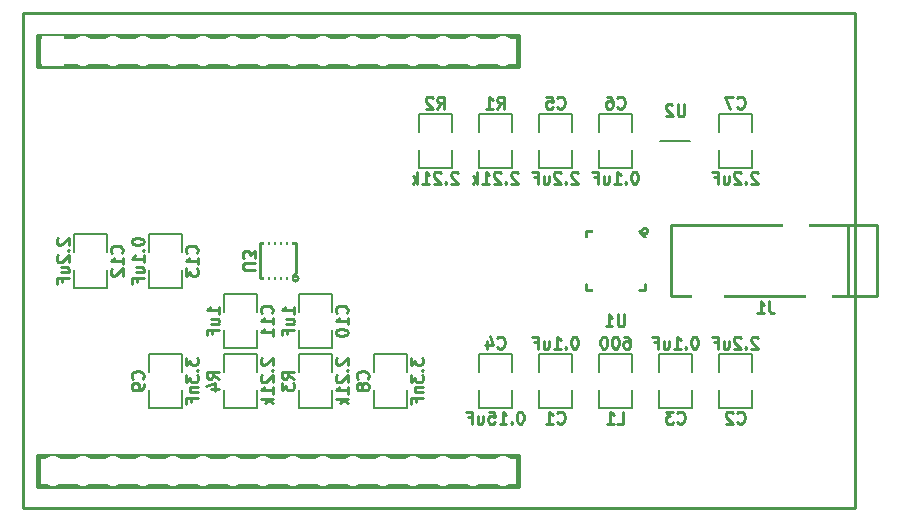
<source format=gbo>
%TF.GenerationSoftware,KiCad,Pcbnew,no-vcs-found-72d4889~60~ubuntu16.04.1*%
%TF.CreationDate,2017-10-19T13:37:08-04:00*%
%TF.ProjectId,audio_controller_3x2,617564696F5F636F6E74726F6C6C6572,1.2*%
%TF.SameCoordinates,Original*%
%TF.FileFunction,Legend,Bot*%
%TF.FilePolarity,Positive*%
%FSLAX46Y46*%
G04 Gerber Fmt 4.6, Leading zero omitted, Abs format (unit mm)*
G04 Created by KiCad (PCBNEW no-vcs-found-72d4889~60~ubuntu16.04.1) date Thu Oct 19 13:37:08 2017*
%MOMM*%
%LPD*%
G01*
G04 APERTURE LIST*
%ADD10C,0.228600*%
%ADD11C,0.381000*%
%ADD12C,0.250000*%
%ADD13C,0.127000*%
%ADD14C,0.150000*%
%ADD15C,0.254000*%
%ADD16R,0.350000X1.300000*%
%ADD17R,2.100000X1.700000*%
%ADD18C,3.556000*%
%ADD19O,1.854200X2.540000*%
%ADD20R,1.854200X2.540000*%
%ADD21R,3.475000X3.475000*%
%ADD22R,0.325000X2.075000*%
%ADD23R,2.075000X0.325000*%
%ADD24R,2.540000X1.270000*%
%ADD25C,2.100000*%
%ADD26R,2.800000X2.800000*%
%ADD27R,2.200000X2.800000*%
%ADD28R,0.701040X1.000760*%
G04 APERTURE END LIST*
D10*
X156210000Y-67945000D02*
X85725000Y-67945000D01*
X156210000Y-109855000D02*
X156210000Y-67945000D01*
X85725000Y-109855000D02*
X156210000Y-109855000D01*
X85725000Y-67945000D02*
X85725000Y-109855000D01*
%TO.C,U3*%
X108315000Y-90400000D02*
X108815000Y-89900000D01*
X105815000Y-90400000D02*
X108315000Y-90400000D01*
X108815000Y-87400000D02*
X108815000Y-89900000D01*
X109038607Y-90400000D02*
G75*
G03X109038607Y-90400000I-223607J0D01*
G01*
X105815000Y-90400000D02*
X105815000Y-87400000D01*
X105815000Y-87400000D02*
X108815000Y-87400000D01*
D11*
%TO.C,MDB1*%
X127635000Y-69850000D02*
X86995000Y-69850000D01*
X127635000Y-72390000D02*
X127635000Y-69850000D01*
X86995000Y-72390000D02*
X127635000Y-72390000D01*
X86995000Y-69850000D02*
X86995000Y-72390000D01*
X127635000Y-105410000D02*
X86995000Y-105410000D01*
X127635000Y-107950000D02*
X127635000Y-105410000D01*
X86995000Y-107950000D02*
X127635000Y-107950000D01*
X86995000Y-105410000D02*
X86995000Y-107950000D01*
D12*
%TO.C,U1*%
X138640000Y-86400000D02*
G75*
G03X138640000Y-86400000I-250000J0D01*
G01*
X133390000Y-86400000D02*
X133390000Y-86900000D01*
X133890000Y-86400000D02*
X133390000Y-86400000D01*
X133390000Y-91400000D02*
X133890000Y-91400000D01*
X133390000Y-90900000D02*
X133390000Y-91400000D01*
X138390000Y-91400000D02*
X137890000Y-91400000D01*
X138390000Y-90900000D02*
X138390000Y-91400000D01*
X137890000Y-86400000D02*
X138390000Y-86900000D01*
D13*
%TO.C,C1*%
X132207000Y-96774000D02*
X132207000Y-98298000D01*
X129413000Y-96774000D02*
X132207000Y-96774000D01*
X129413000Y-98298000D02*
X129413000Y-96774000D01*
X129413000Y-101346000D02*
X129413000Y-99822000D01*
X132207000Y-101346000D02*
X129413000Y-101346000D01*
X132207000Y-99822000D02*
X132207000Y-101346000D01*
%TO.C,C2*%
X144653000Y-98298000D02*
X144653000Y-96774000D01*
X144653000Y-96774000D02*
X147447000Y-96774000D01*
X147447000Y-96774000D02*
X147447000Y-98298000D01*
X147447000Y-99822000D02*
X147447000Y-101346000D01*
X147447000Y-101346000D02*
X144653000Y-101346000D01*
X144653000Y-101346000D02*
X144653000Y-99822000D01*
%TO.C,C3*%
X139573000Y-101346000D02*
X139573000Y-99822000D01*
X142367000Y-101346000D02*
X139573000Y-101346000D01*
X142367000Y-99822000D02*
X142367000Y-101346000D01*
X142367000Y-96774000D02*
X142367000Y-98298000D01*
X139573000Y-96774000D02*
X142367000Y-96774000D01*
X139573000Y-98298000D02*
X139573000Y-96774000D01*
%TO.C,C4*%
X127127000Y-99822000D02*
X127127000Y-101346000D01*
X127127000Y-101346000D02*
X124333000Y-101346000D01*
X124333000Y-101346000D02*
X124333000Y-99822000D01*
X124333000Y-98298000D02*
X124333000Y-96774000D01*
X124333000Y-96774000D02*
X127127000Y-96774000D01*
X127127000Y-96774000D02*
X127127000Y-98298000D01*
%TO.C,C5*%
X129413000Y-81026000D02*
X129413000Y-79502000D01*
X132207000Y-81026000D02*
X129413000Y-81026000D01*
X132207000Y-79502000D02*
X132207000Y-81026000D01*
X132207000Y-76454000D02*
X132207000Y-77978000D01*
X129413000Y-76454000D02*
X132207000Y-76454000D01*
X129413000Y-77978000D02*
X129413000Y-76454000D01*
%TO.C,C6*%
X134493000Y-77978000D02*
X134493000Y-76454000D01*
X134493000Y-76454000D02*
X137287000Y-76454000D01*
X137287000Y-76454000D02*
X137287000Y-77978000D01*
X137287000Y-79502000D02*
X137287000Y-81026000D01*
X137287000Y-81026000D02*
X134493000Y-81026000D01*
X134493000Y-81026000D02*
X134493000Y-79502000D01*
%TO.C,C7*%
X144653000Y-81026000D02*
X144653000Y-79502000D01*
X147447000Y-81026000D02*
X144653000Y-81026000D01*
X147447000Y-79502000D02*
X147447000Y-81026000D01*
X147447000Y-76454000D02*
X147447000Y-77978000D01*
X144653000Y-76454000D02*
X147447000Y-76454000D01*
X144653000Y-77978000D02*
X144653000Y-76454000D01*
D12*
%TO.C,J1*%
X140575000Y-85900000D02*
X155575000Y-85900000D01*
X140575000Y-91900000D02*
X140575000Y-85900000D01*
X155575000Y-91900000D02*
X140575000Y-91900000D01*
X155575000Y-85900000D02*
X155575000Y-91900000D01*
X158075000Y-91900000D02*
X155575000Y-91900000D01*
X158075000Y-85900000D02*
X158075000Y-91900000D01*
X155575000Y-85900000D02*
X158075000Y-85900000D01*
D13*
%TO.C,L1*%
X137287000Y-99822000D02*
X137287000Y-101346000D01*
X137287000Y-101346000D02*
X134493000Y-101346000D01*
X134493000Y-101346000D02*
X134493000Y-99822000D01*
X134493000Y-98298000D02*
X134493000Y-96774000D01*
X134493000Y-96774000D02*
X137287000Y-96774000D01*
X137287000Y-96774000D02*
X137287000Y-98298000D01*
%TO.C,R1*%
X124333000Y-77978000D02*
X124333000Y-76454000D01*
X124333000Y-76454000D02*
X127127000Y-76454000D01*
X127127000Y-76454000D02*
X127127000Y-77978000D01*
X127127000Y-79502000D02*
X127127000Y-81026000D01*
X127127000Y-81026000D02*
X124333000Y-81026000D01*
X124333000Y-81026000D02*
X124333000Y-79502000D01*
%TO.C,R2*%
X119253000Y-81026000D02*
X119253000Y-79502000D01*
X122047000Y-81026000D02*
X119253000Y-81026000D01*
X122047000Y-79502000D02*
X122047000Y-81026000D01*
X122047000Y-76454000D02*
X122047000Y-77978000D01*
X119253000Y-76454000D02*
X122047000Y-76454000D01*
X119253000Y-77978000D02*
X119253000Y-76454000D01*
D14*
%TO.C,U2*%
X139700000Y-78740000D02*
X142240000Y-78740000D01*
D13*
%TO.C,C8*%
X115443000Y-98298000D02*
X115443000Y-96774000D01*
X115443000Y-96774000D02*
X118237000Y-96774000D01*
X118237000Y-96774000D02*
X118237000Y-98298000D01*
X118237000Y-99822000D02*
X118237000Y-101346000D01*
X118237000Y-101346000D02*
X115443000Y-101346000D01*
X115443000Y-101346000D02*
X115443000Y-99822000D01*
%TO.C,C9*%
X96393000Y-101346000D02*
X96393000Y-99822000D01*
X99187000Y-101346000D02*
X96393000Y-101346000D01*
X99187000Y-99822000D02*
X99187000Y-101346000D01*
X99187000Y-96774000D02*
X99187000Y-98298000D01*
X96393000Y-96774000D02*
X99187000Y-96774000D01*
X96393000Y-98298000D02*
X96393000Y-96774000D01*
%TO.C,C10*%
X111887000Y-91694000D02*
X111887000Y-93218000D01*
X109093000Y-91694000D02*
X111887000Y-91694000D01*
X109093000Y-93218000D02*
X109093000Y-91694000D01*
X109093000Y-96266000D02*
X109093000Y-94742000D01*
X111887000Y-96266000D02*
X109093000Y-96266000D01*
X111887000Y-94742000D02*
X111887000Y-96266000D01*
%TO.C,C11*%
X105537000Y-94742000D02*
X105537000Y-96266000D01*
X105537000Y-96266000D02*
X102743000Y-96266000D01*
X102743000Y-96266000D02*
X102743000Y-94742000D01*
X102743000Y-93218000D02*
X102743000Y-91694000D01*
X102743000Y-91694000D02*
X105537000Y-91694000D01*
X105537000Y-91694000D02*
X105537000Y-93218000D01*
%TO.C,C12*%
X92837000Y-89662000D02*
X92837000Y-91186000D01*
X92837000Y-91186000D02*
X90043000Y-91186000D01*
X90043000Y-91186000D02*
X90043000Y-89662000D01*
X90043000Y-88138000D02*
X90043000Y-86614000D01*
X90043000Y-86614000D02*
X92837000Y-86614000D01*
X92837000Y-86614000D02*
X92837000Y-88138000D01*
%TO.C,C13*%
X99187000Y-89662000D02*
X99187000Y-91186000D01*
X99187000Y-91186000D02*
X96393000Y-91186000D01*
X96393000Y-91186000D02*
X96393000Y-89662000D01*
X96393000Y-88138000D02*
X96393000Y-86614000D01*
X96393000Y-86614000D02*
X99187000Y-86614000D01*
X99187000Y-86614000D02*
X99187000Y-88138000D01*
%TO.C,R3*%
X109093000Y-101346000D02*
X109093000Y-99822000D01*
X111887000Y-101346000D02*
X109093000Y-101346000D01*
X111887000Y-99822000D02*
X111887000Y-101346000D01*
X111887000Y-96774000D02*
X111887000Y-98298000D01*
X109093000Y-96774000D02*
X111887000Y-96774000D01*
X109093000Y-98298000D02*
X109093000Y-96774000D01*
%TO.C,R4*%
X102743000Y-98298000D02*
X102743000Y-96774000D01*
X102743000Y-96774000D02*
X105537000Y-96774000D01*
X105537000Y-96774000D02*
X105537000Y-98298000D01*
X105537000Y-99822000D02*
X105537000Y-101346000D01*
X105537000Y-101346000D02*
X102743000Y-101346000D01*
X102743000Y-101346000D02*
X102743000Y-99822000D01*
%TD*%
%TO.C,U3*%
D15*
X105371380Y-89674095D02*
X104548904Y-89674095D01*
X104452142Y-89625714D01*
X104403761Y-89577333D01*
X104355380Y-89480571D01*
X104355380Y-89287047D01*
X104403761Y-89190285D01*
X104452142Y-89141904D01*
X104548904Y-89093523D01*
X105371380Y-89093523D01*
X105371380Y-88706476D02*
X105371380Y-88077523D01*
X104984333Y-88416190D01*
X104984333Y-88271047D01*
X104935952Y-88174285D01*
X104887571Y-88125904D01*
X104790809Y-88077523D01*
X104548904Y-88077523D01*
X104452142Y-88125904D01*
X104403761Y-88174285D01*
X104355380Y-88271047D01*
X104355380Y-88561333D01*
X104403761Y-88658095D01*
X104452142Y-88706476D01*
%TO.C,U1*%
X136664095Y-93423619D02*
X136664095Y-94246095D01*
X136615714Y-94342857D01*
X136567333Y-94391238D01*
X136470571Y-94439619D01*
X136277047Y-94439619D01*
X136180285Y-94391238D01*
X136131904Y-94342857D01*
X136083523Y-94246095D01*
X136083523Y-93423619D01*
X135067523Y-94439619D02*
X135648095Y-94439619D01*
X135357809Y-94439619D02*
X135357809Y-93423619D01*
X135454571Y-93568761D01*
X135551333Y-93665523D01*
X135648095Y-93713904D01*
%TO.C,C1*%
X130979333Y-102597857D02*
X131027714Y-102646238D01*
X131172857Y-102694619D01*
X131269619Y-102694619D01*
X131414761Y-102646238D01*
X131511523Y-102549476D01*
X131559904Y-102452714D01*
X131608285Y-102259190D01*
X131608285Y-102114047D01*
X131559904Y-101920523D01*
X131511523Y-101823761D01*
X131414761Y-101727000D01*
X131269619Y-101678619D01*
X131172857Y-101678619D01*
X131027714Y-101727000D01*
X130979333Y-101775380D01*
X130011714Y-102694619D02*
X130592285Y-102694619D01*
X130302000Y-102694619D02*
X130302000Y-101678619D01*
X130398761Y-101823761D01*
X130495523Y-101920523D01*
X130592285Y-101968904D01*
X132479142Y-95328619D02*
X132382380Y-95328619D01*
X132285619Y-95377000D01*
X132237238Y-95425380D01*
X132188857Y-95522142D01*
X132140476Y-95715666D01*
X132140476Y-95957571D01*
X132188857Y-96151095D01*
X132237238Y-96247857D01*
X132285619Y-96296238D01*
X132382380Y-96344619D01*
X132479142Y-96344619D01*
X132575904Y-96296238D01*
X132624285Y-96247857D01*
X132672666Y-96151095D01*
X132721047Y-95957571D01*
X132721047Y-95715666D01*
X132672666Y-95522142D01*
X132624285Y-95425380D01*
X132575904Y-95377000D01*
X132479142Y-95328619D01*
X131705047Y-96247857D02*
X131656666Y-96296238D01*
X131705047Y-96344619D01*
X131753428Y-96296238D01*
X131705047Y-96247857D01*
X131705047Y-96344619D01*
X130689047Y-96344619D02*
X131269619Y-96344619D01*
X130979333Y-96344619D02*
X130979333Y-95328619D01*
X131076095Y-95473761D01*
X131172857Y-95570523D01*
X131269619Y-95618904D01*
X129818190Y-95667285D02*
X129818190Y-96344619D01*
X130253619Y-95667285D02*
X130253619Y-96199476D01*
X130205238Y-96296238D01*
X130108476Y-96344619D01*
X129963333Y-96344619D01*
X129866571Y-96296238D01*
X129818190Y-96247857D01*
X128995714Y-95812428D02*
X129334380Y-95812428D01*
X129334380Y-96344619D02*
X129334380Y-95328619D01*
X128850571Y-95328619D01*
%TO.C,C2*%
X146219333Y-102597857D02*
X146267714Y-102646238D01*
X146412857Y-102694619D01*
X146509619Y-102694619D01*
X146654761Y-102646238D01*
X146751523Y-102549476D01*
X146799904Y-102452714D01*
X146848285Y-102259190D01*
X146848285Y-102114047D01*
X146799904Y-101920523D01*
X146751523Y-101823761D01*
X146654761Y-101727000D01*
X146509619Y-101678619D01*
X146412857Y-101678619D01*
X146267714Y-101727000D01*
X146219333Y-101775380D01*
X145832285Y-101775380D02*
X145783904Y-101727000D01*
X145687142Y-101678619D01*
X145445238Y-101678619D01*
X145348476Y-101727000D01*
X145300095Y-101775380D01*
X145251714Y-101872142D01*
X145251714Y-101968904D01*
X145300095Y-102114047D01*
X145880666Y-102694619D01*
X145251714Y-102694619D01*
X147961047Y-95425380D02*
X147912666Y-95377000D01*
X147815904Y-95328619D01*
X147574000Y-95328619D01*
X147477238Y-95377000D01*
X147428857Y-95425380D01*
X147380476Y-95522142D01*
X147380476Y-95618904D01*
X147428857Y-95764047D01*
X148009428Y-96344619D01*
X147380476Y-96344619D01*
X146945047Y-96247857D02*
X146896666Y-96296238D01*
X146945047Y-96344619D01*
X146993428Y-96296238D01*
X146945047Y-96247857D01*
X146945047Y-96344619D01*
X146509619Y-95425380D02*
X146461238Y-95377000D01*
X146364476Y-95328619D01*
X146122571Y-95328619D01*
X146025809Y-95377000D01*
X145977428Y-95425380D01*
X145929047Y-95522142D01*
X145929047Y-95618904D01*
X145977428Y-95764047D01*
X146558000Y-96344619D01*
X145929047Y-96344619D01*
X145058190Y-95667285D02*
X145058190Y-96344619D01*
X145493619Y-95667285D02*
X145493619Y-96199476D01*
X145445238Y-96296238D01*
X145348476Y-96344619D01*
X145203333Y-96344619D01*
X145106571Y-96296238D01*
X145058190Y-96247857D01*
X144235714Y-95812428D02*
X144574380Y-95812428D01*
X144574380Y-96344619D02*
X144574380Y-95328619D01*
X144090571Y-95328619D01*
%TO.C,C3*%
X141139333Y-102597857D02*
X141187714Y-102646238D01*
X141332857Y-102694619D01*
X141429619Y-102694619D01*
X141574761Y-102646238D01*
X141671523Y-102549476D01*
X141719904Y-102452714D01*
X141768285Y-102259190D01*
X141768285Y-102114047D01*
X141719904Y-101920523D01*
X141671523Y-101823761D01*
X141574761Y-101727000D01*
X141429619Y-101678619D01*
X141332857Y-101678619D01*
X141187714Y-101727000D01*
X141139333Y-101775380D01*
X140800666Y-101678619D02*
X140171714Y-101678619D01*
X140510380Y-102065666D01*
X140365238Y-102065666D01*
X140268476Y-102114047D01*
X140220095Y-102162428D01*
X140171714Y-102259190D01*
X140171714Y-102501095D01*
X140220095Y-102597857D01*
X140268476Y-102646238D01*
X140365238Y-102694619D01*
X140655523Y-102694619D01*
X140752285Y-102646238D01*
X140800666Y-102597857D01*
X142639142Y-95328619D02*
X142542380Y-95328619D01*
X142445619Y-95377000D01*
X142397238Y-95425380D01*
X142348857Y-95522142D01*
X142300476Y-95715666D01*
X142300476Y-95957571D01*
X142348857Y-96151095D01*
X142397238Y-96247857D01*
X142445619Y-96296238D01*
X142542380Y-96344619D01*
X142639142Y-96344619D01*
X142735904Y-96296238D01*
X142784285Y-96247857D01*
X142832666Y-96151095D01*
X142881047Y-95957571D01*
X142881047Y-95715666D01*
X142832666Y-95522142D01*
X142784285Y-95425380D01*
X142735904Y-95377000D01*
X142639142Y-95328619D01*
X141865047Y-96247857D02*
X141816666Y-96296238D01*
X141865047Y-96344619D01*
X141913428Y-96296238D01*
X141865047Y-96247857D01*
X141865047Y-96344619D01*
X140849047Y-96344619D02*
X141429619Y-96344619D01*
X141139333Y-96344619D02*
X141139333Y-95328619D01*
X141236095Y-95473761D01*
X141332857Y-95570523D01*
X141429619Y-95618904D01*
X139978190Y-95667285D02*
X139978190Y-96344619D01*
X140413619Y-95667285D02*
X140413619Y-96199476D01*
X140365238Y-96296238D01*
X140268476Y-96344619D01*
X140123333Y-96344619D01*
X140026571Y-96296238D01*
X139978190Y-96247857D01*
X139155714Y-95812428D02*
X139494380Y-95812428D01*
X139494380Y-96344619D02*
X139494380Y-95328619D01*
X139010571Y-95328619D01*
%TO.C,C4*%
X125899333Y-96247857D02*
X125947714Y-96296238D01*
X126092857Y-96344619D01*
X126189619Y-96344619D01*
X126334761Y-96296238D01*
X126431523Y-96199476D01*
X126479904Y-96102714D01*
X126528285Y-95909190D01*
X126528285Y-95764047D01*
X126479904Y-95570523D01*
X126431523Y-95473761D01*
X126334761Y-95377000D01*
X126189619Y-95328619D01*
X126092857Y-95328619D01*
X125947714Y-95377000D01*
X125899333Y-95425380D01*
X125028476Y-95667285D02*
X125028476Y-96344619D01*
X125270380Y-95280238D02*
X125512285Y-96005952D01*
X124883333Y-96005952D01*
X127882952Y-101678619D02*
X127786190Y-101678619D01*
X127689428Y-101727000D01*
X127641047Y-101775380D01*
X127592666Y-101872142D01*
X127544285Y-102065666D01*
X127544285Y-102307571D01*
X127592666Y-102501095D01*
X127641047Y-102597857D01*
X127689428Y-102646238D01*
X127786190Y-102694619D01*
X127882952Y-102694619D01*
X127979714Y-102646238D01*
X128028095Y-102597857D01*
X128076476Y-102501095D01*
X128124857Y-102307571D01*
X128124857Y-102065666D01*
X128076476Y-101872142D01*
X128028095Y-101775380D01*
X127979714Y-101727000D01*
X127882952Y-101678619D01*
X127108857Y-102597857D02*
X127060476Y-102646238D01*
X127108857Y-102694619D01*
X127157238Y-102646238D01*
X127108857Y-102597857D01*
X127108857Y-102694619D01*
X126092857Y-102694619D02*
X126673428Y-102694619D01*
X126383142Y-102694619D02*
X126383142Y-101678619D01*
X126479904Y-101823761D01*
X126576666Y-101920523D01*
X126673428Y-101968904D01*
X125173619Y-101678619D02*
X125657428Y-101678619D01*
X125705809Y-102162428D01*
X125657428Y-102114047D01*
X125560666Y-102065666D01*
X125318761Y-102065666D01*
X125222000Y-102114047D01*
X125173619Y-102162428D01*
X125125238Y-102259190D01*
X125125238Y-102501095D01*
X125173619Y-102597857D01*
X125222000Y-102646238D01*
X125318761Y-102694619D01*
X125560666Y-102694619D01*
X125657428Y-102646238D01*
X125705809Y-102597857D01*
X124254380Y-102017285D02*
X124254380Y-102694619D01*
X124689809Y-102017285D02*
X124689809Y-102549476D01*
X124641428Y-102646238D01*
X124544666Y-102694619D01*
X124399523Y-102694619D01*
X124302761Y-102646238D01*
X124254380Y-102597857D01*
X123431904Y-102162428D02*
X123770571Y-102162428D01*
X123770571Y-102694619D02*
X123770571Y-101678619D01*
X123286761Y-101678619D01*
%TO.C,C5*%
X130979333Y-75927857D02*
X131027714Y-75976238D01*
X131172857Y-76024619D01*
X131269619Y-76024619D01*
X131414761Y-75976238D01*
X131511523Y-75879476D01*
X131559904Y-75782714D01*
X131608285Y-75589190D01*
X131608285Y-75444047D01*
X131559904Y-75250523D01*
X131511523Y-75153761D01*
X131414761Y-75057000D01*
X131269619Y-75008619D01*
X131172857Y-75008619D01*
X131027714Y-75057000D01*
X130979333Y-75105380D01*
X130060095Y-75008619D02*
X130543904Y-75008619D01*
X130592285Y-75492428D01*
X130543904Y-75444047D01*
X130447142Y-75395666D01*
X130205238Y-75395666D01*
X130108476Y-75444047D01*
X130060095Y-75492428D01*
X130011714Y-75589190D01*
X130011714Y-75831095D01*
X130060095Y-75927857D01*
X130108476Y-75976238D01*
X130205238Y-76024619D01*
X130447142Y-76024619D01*
X130543904Y-75976238D01*
X130592285Y-75927857D01*
X132721047Y-81455380D02*
X132672666Y-81407000D01*
X132575904Y-81358619D01*
X132334000Y-81358619D01*
X132237238Y-81407000D01*
X132188857Y-81455380D01*
X132140476Y-81552142D01*
X132140476Y-81648904D01*
X132188857Y-81794047D01*
X132769428Y-82374619D01*
X132140476Y-82374619D01*
X131705047Y-82277857D02*
X131656666Y-82326238D01*
X131705047Y-82374619D01*
X131753428Y-82326238D01*
X131705047Y-82277857D01*
X131705047Y-82374619D01*
X131269619Y-81455380D02*
X131221238Y-81407000D01*
X131124476Y-81358619D01*
X130882571Y-81358619D01*
X130785809Y-81407000D01*
X130737428Y-81455380D01*
X130689047Y-81552142D01*
X130689047Y-81648904D01*
X130737428Y-81794047D01*
X131318000Y-82374619D01*
X130689047Y-82374619D01*
X129818190Y-81697285D02*
X129818190Y-82374619D01*
X130253619Y-81697285D02*
X130253619Y-82229476D01*
X130205238Y-82326238D01*
X130108476Y-82374619D01*
X129963333Y-82374619D01*
X129866571Y-82326238D01*
X129818190Y-82277857D01*
X128995714Y-81842428D02*
X129334380Y-81842428D01*
X129334380Y-82374619D02*
X129334380Y-81358619D01*
X128850571Y-81358619D01*
%TO.C,C6*%
X136059333Y-75927857D02*
X136107714Y-75976238D01*
X136252857Y-76024619D01*
X136349619Y-76024619D01*
X136494761Y-75976238D01*
X136591523Y-75879476D01*
X136639904Y-75782714D01*
X136688285Y-75589190D01*
X136688285Y-75444047D01*
X136639904Y-75250523D01*
X136591523Y-75153761D01*
X136494761Y-75057000D01*
X136349619Y-75008619D01*
X136252857Y-75008619D01*
X136107714Y-75057000D01*
X136059333Y-75105380D01*
X135188476Y-75008619D02*
X135382000Y-75008619D01*
X135478761Y-75057000D01*
X135527142Y-75105380D01*
X135623904Y-75250523D01*
X135672285Y-75444047D01*
X135672285Y-75831095D01*
X135623904Y-75927857D01*
X135575523Y-75976238D01*
X135478761Y-76024619D01*
X135285238Y-76024619D01*
X135188476Y-75976238D01*
X135140095Y-75927857D01*
X135091714Y-75831095D01*
X135091714Y-75589190D01*
X135140095Y-75492428D01*
X135188476Y-75444047D01*
X135285238Y-75395666D01*
X135478761Y-75395666D01*
X135575523Y-75444047D01*
X135623904Y-75492428D01*
X135672285Y-75589190D01*
X137559142Y-81358619D02*
X137462380Y-81358619D01*
X137365619Y-81407000D01*
X137317238Y-81455380D01*
X137268857Y-81552142D01*
X137220476Y-81745666D01*
X137220476Y-81987571D01*
X137268857Y-82181095D01*
X137317238Y-82277857D01*
X137365619Y-82326238D01*
X137462380Y-82374619D01*
X137559142Y-82374619D01*
X137655904Y-82326238D01*
X137704285Y-82277857D01*
X137752666Y-82181095D01*
X137801047Y-81987571D01*
X137801047Y-81745666D01*
X137752666Y-81552142D01*
X137704285Y-81455380D01*
X137655904Y-81407000D01*
X137559142Y-81358619D01*
X136785047Y-82277857D02*
X136736666Y-82326238D01*
X136785047Y-82374619D01*
X136833428Y-82326238D01*
X136785047Y-82277857D01*
X136785047Y-82374619D01*
X135769047Y-82374619D02*
X136349619Y-82374619D01*
X136059333Y-82374619D02*
X136059333Y-81358619D01*
X136156095Y-81503761D01*
X136252857Y-81600523D01*
X136349619Y-81648904D01*
X134898190Y-81697285D02*
X134898190Y-82374619D01*
X135333619Y-81697285D02*
X135333619Y-82229476D01*
X135285238Y-82326238D01*
X135188476Y-82374619D01*
X135043333Y-82374619D01*
X134946571Y-82326238D01*
X134898190Y-82277857D01*
X134075714Y-81842428D02*
X134414380Y-81842428D01*
X134414380Y-82374619D02*
X134414380Y-81358619D01*
X133930571Y-81358619D01*
%TO.C,C7*%
X146219333Y-75927857D02*
X146267714Y-75976238D01*
X146412857Y-76024619D01*
X146509619Y-76024619D01*
X146654761Y-75976238D01*
X146751523Y-75879476D01*
X146799904Y-75782714D01*
X146848285Y-75589190D01*
X146848285Y-75444047D01*
X146799904Y-75250523D01*
X146751523Y-75153761D01*
X146654761Y-75057000D01*
X146509619Y-75008619D01*
X146412857Y-75008619D01*
X146267714Y-75057000D01*
X146219333Y-75105380D01*
X145880666Y-75008619D02*
X145203333Y-75008619D01*
X145638761Y-76024619D01*
X147961047Y-81455380D02*
X147912666Y-81407000D01*
X147815904Y-81358619D01*
X147574000Y-81358619D01*
X147477238Y-81407000D01*
X147428857Y-81455380D01*
X147380476Y-81552142D01*
X147380476Y-81648904D01*
X147428857Y-81794047D01*
X148009428Y-82374619D01*
X147380476Y-82374619D01*
X146945047Y-82277857D02*
X146896666Y-82326238D01*
X146945047Y-82374619D01*
X146993428Y-82326238D01*
X146945047Y-82277857D01*
X146945047Y-82374619D01*
X146509619Y-81455380D02*
X146461238Y-81407000D01*
X146364476Y-81358619D01*
X146122571Y-81358619D01*
X146025809Y-81407000D01*
X145977428Y-81455380D01*
X145929047Y-81552142D01*
X145929047Y-81648904D01*
X145977428Y-81794047D01*
X146558000Y-82374619D01*
X145929047Y-82374619D01*
X145058190Y-81697285D02*
X145058190Y-82374619D01*
X145493619Y-81697285D02*
X145493619Y-82229476D01*
X145445238Y-82326238D01*
X145348476Y-82374619D01*
X145203333Y-82374619D01*
X145106571Y-82326238D01*
X145058190Y-82277857D01*
X144235714Y-81842428D02*
X144574380Y-81842428D01*
X144574380Y-82374619D02*
X144574380Y-81358619D01*
X144090571Y-81358619D01*
%TO.C,J1*%
X148913666Y-92343619D02*
X148913666Y-93069333D01*
X148962047Y-93214476D01*
X149058809Y-93311238D01*
X149203952Y-93359619D01*
X149300714Y-93359619D01*
X147897666Y-93359619D02*
X148478238Y-93359619D01*
X148187952Y-93359619D02*
X148187952Y-92343619D01*
X148284714Y-92488761D01*
X148381476Y-92585523D01*
X148478238Y-92633904D01*
%TO.C,L1*%
X136059333Y-102694619D02*
X136543142Y-102694619D01*
X136543142Y-101678619D01*
X135188476Y-102694619D02*
X135769047Y-102694619D01*
X135478761Y-102694619D02*
X135478761Y-101678619D01*
X135575523Y-101823761D01*
X135672285Y-101920523D01*
X135769047Y-101968904D01*
X136664095Y-95328619D02*
X136857619Y-95328619D01*
X136954380Y-95377000D01*
X137002761Y-95425380D01*
X137099523Y-95570523D01*
X137147904Y-95764047D01*
X137147904Y-96151095D01*
X137099523Y-96247857D01*
X137051142Y-96296238D01*
X136954380Y-96344619D01*
X136760857Y-96344619D01*
X136664095Y-96296238D01*
X136615714Y-96247857D01*
X136567333Y-96151095D01*
X136567333Y-95909190D01*
X136615714Y-95812428D01*
X136664095Y-95764047D01*
X136760857Y-95715666D01*
X136954380Y-95715666D01*
X137051142Y-95764047D01*
X137099523Y-95812428D01*
X137147904Y-95909190D01*
X135938380Y-95328619D02*
X135841619Y-95328619D01*
X135744857Y-95377000D01*
X135696476Y-95425380D01*
X135648095Y-95522142D01*
X135599714Y-95715666D01*
X135599714Y-95957571D01*
X135648095Y-96151095D01*
X135696476Y-96247857D01*
X135744857Y-96296238D01*
X135841619Y-96344619D01*
X135938380Y-96344619D01*
X136035142Y-96296238D01*
X136083523Y-96247857D01*
X136131904Y-96151095D01*
X136180285Y-95957571D01*
X136180285Y-95715666D01*
X136131904Y-95522142D01*
X136083523Y-95425380D01*
X136035142Y-95377000D01*
X135938380Y-95328619D01*
X134970761Y-95328619D02*
X134874000Y-95328619D01*
X134777238Y-95377000D01*
X134728857Y-95425380D01*
X134680476Y-95522142D01*
X134632095Y-95715666D01*
X134632095Y-95957571D01*
X134680476Y-96151095D01*
X134728857Y-96247857D01*
X134777238Y-96296238D01*
X134874000Y-96344619D01*
X134970761Y-96344619D01*
X135067523Y-96296238D01*
X135115904Y-96247857D01*
X135164285Y-96151095D01*
X135212666Y-95957571D01*
X135212666Y-95715666D01*
X135164285Y-95522142D01*
X135115904Y-95425380D01*
X135067523Y-95377000D01*
X134970761Y-95328619D01*
%TO.C,R1*%
X125899333Y-76024619D02*
X126238000Y-75540809D01*
X126479904Y-76024619D02*
X126479904Y-75008619D01*
X126092857Y-75008619D01*
X125996095Y-75057000D01*
X125947714Y-75105380D01*
X125899333Y-75202142D01*
X125899333Y-75347285D01*
X125947714Y-75444047D01*
X125996095Y-75492428D01*
X126092857Y-75540809D01*
X126479904Y-75540809D01*
X124931714Y-76024619D02*
X125512285Y-76024619D01*
X125222000Y-76024619D02*
X125222000Y-75008619D01*
X125318761Y-75153761D01*
X125415523Y-75250523D01*
X125512285Y-75298904D01*
X127641047Y-81455380D02*
X127592666Y-81407000D01*
X127495904Y-81358619D01*
X127254000Y-81358619D01*
X127157238Y-81407000D01*
X127108857Y-81455380D01*
X127060476Y-81552142D01*
X127060476Y-81648904D01*
X127108857Y-81794047D01*
X127689428Y-82374619D01*
X127060476Y-82374619D01*
X126625047Y-82277857D02*
X126576666Y-82326238D01*
X126625047Y-82374619D01*
X126673428Y-82326238D01*
X126625047Y-82277857D01*
X126625047Y-82374619D01*
X126189619Y-81455380D02*
X126141238Y-81407000D01*
X126044476Y-81358619D01*
X125802571Y-81358619D01*
X125705809Y-81407000D01*
X125657428Y-81455380D01*
X125609047Y-81552142D01*
X125609047Y-81648904D01*
X125657428Y-81794047D01*
X126238000Y-82374619D01*
X125609047Y-82374619D01*
X124641428Y-82374619D02*
X125222000Y-82374619D01*
X124931714Y-82374619D02*
X124931714Y-81358619D01*
X125028476Y-81503761D01*
X125125238Y-81600523D01*
X125222000Y-81648904D01*
X124206000Y-82374619D02*
X124206000Y-81358619D01*
X124109238Y-81987571D02*
X123818952Y-82374619D01*
X123818952Y-81697285D02*
X124206000Y-82084333D01*
%TO.C,R2*%
X120819333Y-76024619D02*
X121158000Y-75540809D01*
X121399904Y-76024619D02*
X121399904Y-75008619D01*
X121012857Y-75008619D01*
X120916095Y-75057000D01*
X120867714Y-75105380D01*
X120819333Y-75202142D01*
X120819333Y-75347285D01*
X120867714Y-75444047D01*
X120916095Y-75492428D01*
X121012857Y-75540809D01*
X121399904Y-75540809D01*
X120432285Y-75105380D02*
X120383904Y-75057000D01*
X120287142Y-75008619D01*
X120045238Y-75008619D01*
X119948476Y-75057000D01*
X119900095Y-75105380D01*
X119851714Y-75202142D01*
X119851714Y-75298904D01*
X119900095Y-75444047D01*
X120480666Y-76024619D01*
X119851714Y-76024619D01*
X122561047Y-81455380D02*
X122512666Y-81407000D01*
X122415904Y-81358619D01*
X122174000Y-81358619D01*
X122077238Y-81407000D01*
X122028857Y-81455380D01*
X121980476Y-81552142D01*
X121980476Y-81648904D01*
X122028857Y-81794047D01*
X122609428Y-82374619D01*
X121980476Y-82374619D01*
X121545047Y-82277857D02*
X121496666Y-82326238D01*
X121545047Y-82374619D01*
X121593428Y-82326238D01*
X121545047Y-82277857D01*
X121545047Y-82374619D01*
X121109619Y-81455380D02*
X121061238Y-81407000D01*
X120964476Y-81358619D01*
X120722571Y-81358619D01*
X120625809Y-81407000D01*
X120577428Y-81455380D01*
X120529047Y-81552142D01*
X120529047Y-81648904D01*
X120577428Y-81794047D01*
X121158000Y-82374619D01*
X120529047Y-82374619D01*
X119561428Y-82374619D02*
X120142000Y-82374619D01*
X119851714Y-82374619D02*
X119851714Y-81358619D01*
X119948476Y-81503761D01*
X120045238Y-81600523D01*
X120142000Y-81648904D01*
X119126000Y-82374619D02*
X119126000Y-81358619D01*
X119029238Y-81987571D02*
X118738952Y-82374619D01*
X118738952Y-81697285D02*
X119126000Y-82084333D01*
%TO.C,U2*%
X141744095Y-75643619D02*
X141744095Y-76466095D01*
X141695714Y-76562857D01*
X141647333Y-76611238D01*
X141550571Y-76659619D01*
X141357047Y-76659619D01*
X141260285Y-76611238D01*
X141211904Y-76562857D01*
X141163523Y-76466095D01*
X141163523Y-75643619D01*
X140728095Y-75740380D02*
X140679714Y-75692000D01*
X140582952Y-75643619D01*
X140341047Y-75643619D01*
X140244285Y-75692000D01*
X140195904Y-75740380D01*
X140147523Y-75837142D01*
X140147523Y-75933904D01*
X140195904Y-76079047D01*
X140776476Y-76659619D01*
X140147523Y-76659619D01*
%TO.C,C8*%
X114916857Y-98890666D02*
X114965238Y-98842285D01*
X115013619Y-98697142D01*
X115013619Y-98600380D01*
X114965238Y-98455238D01*
X114868476Y-98358476D01*
X114771714Y-98310095D01*
X114578190Y-98261714D01*
X114433047Y-98261714D01*
X114239523Y-98310095D01*
X114142761Y-98358476D01*
X114046000Y-98455238D01*
X113997619Y-98600380D01*
X113997619Y-98697142D01*
X114046000Y-98842285D01*
X114094380Y-98890666D01*
X114433047Y-99471238D02*
X114384666Y-99374476D01*
X114336285Y-99326095D01*
X114239523Y-99277714D01*
X114191142Y-99277714D01*
X114094380Y-99326095D01*
X114046000Y-99374476D01*
X113997619Y-99471238D01*
X113997619Y-99664761D01*
X114046000Y-99761523D01*
X114094380Y-99809904D01*
X114191142Y-99858285D01*
X114239523Y-99858285D01*
X114336285Y-99809904D01*
X114384666Y-99761523D01*
X114433047Y-99664761D01*
X114433047Y-99471238D01*
X114481428Y-99374476D01*
X114529809Y-99326095D01*
X114626571Y-99277714D01*
X114820095Y-99277714D01*
X114916857Y-99326095D01*
X114965238Y-99374476D01*
X115013619Y-99471238D01*
X115013619Y-99664761D01*
X114965238Y-99761523D01*
X114916857Y-99809904D01*
X114820095Y-99858285D01*
X114626571Y-99858285D01*
X114529809Y-99809904D01*
X114481428Y-99761523D01*
X114433047Y-99664761D01*
X118569619Y-97100571D02*
X118569619Y-97729523D01*
X118956666Y-97390857D01*
X118956666Y-97536000D01*
X119005047Y-97632761D01*
X119053428Y-97681142D01*
X119150190Y-97729523D01*
X119392095Y-97729523D01*
X119488857Y-97681142D01*
X119537238Y-97632761D01*
X119585619Y-97536000D01*
X119585619Y-97245714D01*
X119537238Y-97148952D01*
X119488857Y-97100571D01*
X119488857Y-98164952D02*
X119537238Y-98213333D01*
X119585619Y-98164952D01*
X119537238Y-98116571D01*
X119488857Y-98164952D01*
X119585619Y-98164952D01*
X118569619Y-98552000D02*
X118569619Y-99180952D01*
X118956666Y-98842285D01*
X118956666Y-98987428D01*
X119005047Y-99084190D01*
X119053428Y-99132571D01*
X119150190Y-99180952D01*
X119392095Y-99180952D01*
X119488857Y-99132571D01*
X119537238Y-99084190D01*
X119585619Y-98987428D01*
X119585619Y-98697142D01*
X119537238Y-98600380D01*
X119488857Y-98552000D01*
X118908285Y-99616380D02*
X119585619Y-99616380D01*
X119005047Y-99616380D02*
X118956666Y-99664761D01*
X118908285Y-99761523D01*
X118908285Y-99906666D01*
X118956666Y-100003428D01*
X119053428Y-100051809D01*
X119585619Y-100051809D01*
X119053428Y-100874285D02*
X119053428Y-100535619D01*
X119585619Y-100535619D02*
X118569619Y-100535619D01*
X118569619Y-101019428D01*
%TO.C,C9*%
X95866857Y-98890666D02*
X95915238Y-98842285D01*
X95963619Y-98697142D01*
X95963619Y-98600380D01*
X95915238Y-98455238D01*
X95818476Y-98358476D01*
X95721714Y-98310095D01*
X95528190Y-98261714D01*
X95383047Y-98261714D01*
X95189523Y-98310095D01*
X95092761Y-98358476D01*
X94996000Y-98455238D01*
X94947619Y-98600380D01*
X94947619Y-98697142D01*
X94996000Y-98842285D01*
X95044380Y-98890666D01*
X95963619Y-99374476D02*
X95963619Y-99568000D01*
X95915238Y-99664761D01*
X95866857Y-99713142D01*
X95721714Y-99809904D01*
X95528190Y-99858285D01*
X95141142Y-99858285D01*
X95044380Y-99809904D01*
X94996000Y-99761523D01*
X94947619Y-99664761D01*
X94947619Y-99471238D01*
X94996000Y-99374476D01*
X95044380Y-99326095D01*
X95141142Y-99277714D01*
X95383047Y-99277714D01*
X95479809Y-99326095D01*
X95528190Y-99374476D01*
X95576571Y-99471238D01*
X95576571Y-99664761D01*
X95528190Y-99761523D01*
X95479809Y-99809904D01*
X95383047Y-99858285D01*
X99519619Y-97100571D02*
X99519619Y-97729523D01*
X99906666Y-97390857D01*
X99906666Y-97536000D01*
X99955047Y-97632761D01*
X100003428Y-97681142D01*
X100100190Y-97729523D01*
X100342095Y-97729523D01*
X100438857Y-97681142D01*
X100487238Y-97632761D01*
X100535619Y-97536000D01*
X100535619Y-97245714D01*
X100487238Y-97148952D01*
X100438857Y-97100571D01*
X100438857Y-98164952D02*
X100487238Y-98213333D01*
X100535619Y-98164952D01*
X100487238Y-98116571D01*
X100438857Y-98164952D01*
X100535619Y-98164952D01*
X99519619Y-98552000D02*
X99519619Y-99180952D01*
X99906666Y-98842285D01*
X99906666Y-98987428D01*
X99955047Y-99084190D01*
X100003428Y-99132571D01*
X100100190Y-99180952D01*
X100342095Y-99180952D01*
X100438857Y-99132571D01*
X100487238Y-99084190D01*
X100535619Y-98987428D01*
X100535619Y-98697142D01*
X100487238Y-98600380D01*
X100438857Y-98552000D01*
X99858285Y-99616380D02*
X100535619Y-99616380D01*
X99955047Y-99616380D02*
X99906666Y-99664761D01*
X99858285Y-99761523D01*
X99858285Y-99906666D01*
X99906666Y-100003428D01*
X100003428Y-100051809D01*
X100535619Y-100051809D01*
X100003428Y-100874285D02*
X100003428Y-100535619D01*
X100535619Y-100535619D02*
X99519619Y-100535619D01*
X99519619Y-101019428D01*
%TO.C,C10*%
X113138857Y-93326857D02*
X113187238Y-93278476D01*
X113235619Y-93133333D01*
X113235619Y-93036571D01*
X113187238Y-92891428D01*
X113090476Y-92794666D01*
X112993714Y-92746285D01*
X112800190Y-92697904D01*
X112655047Y-92697904D01*
X112461523Y-92746285D01*
X112364761Y-92794666D01*
X112268000Y-92891428D01*
X112219619Y-93036571D01*
X112219619Y-93133333D01*
X112268000Y-93278476D01*
X112316380Y-93326857D01*
X113235619Y-94294476D02*
X113235619Y-93713904D01*
X113235619Y-94004190D02*
X112219619Y-94004190D01*
X112364761Y-93907428D01*
X112461523Y-93810666D01*
X112509904Y-93713904D01*
X112219619Y-94923428D02*
X112219619Y-95020190D01*
X112268000Y-95116952D01*
X112316380Y-95165333D01*
X112413142Y-95213714D01*
X112606666Y-95262095D01*
X112848571Y-95262095D01*
X113042095Y-95213714D01*
X113138857Y-95165333D01*
X113187238Y-95116952D01*
X113235619Y-95020190D01*
X113235619Y-94923428D01*
X113187238Y-94826666D01*
X113138857Y-94778285D01*
X113042095Y-94729904D01*
X112848571Y-94681523D01*
X112606666Y-94681523D01*
X112413142Y-94729904D01*
X112316380Y-94778285D01*
X112268000Y-94826666D01*
X112219619Y-94923428D01*
X108663619Y-93375238D02*
X108663619Y-92794666D01*
X108663619Y-93084952D02*
X107647619Y-93084952D01*
X107792761Y-92988190D01*
X107889523Y-92891428D01*
X107937904Y-92794666D01*
X107986285Y-94246095D02*
X108663619Y-94246095D01*
X107986285Y-93810666D02*
X108518476Y-93810666D01*
X108615238Y-93859047D01*
X108663619Y-93955809D01*
X108663619Y-94100952D01*
X108615238Y-94197714D01*
X108566857Y-94246095D01*
X108131428Y-95068571D02*
X108131428Y-94729904D01*
X108663619Y-94729904D02*
X107647619Y-94729904D01*
X107647619Y-95213714D01*
%TO.C,C11*%
X106788857Y-93326857D02*
X106837238Y-93278476D01*
X106885619Y-93133333D01*
X106885619Y-93036571D01*
X106837238Y-92891428D01*
X106740476Y-92794666D01*
X106643714Y-92746285D01*
X106450190Y-92697904D01*
X106305047Y-92697904D01*
X106111523Y-92746285D01*
X106014761Y-92794666D01*
X105918000Y-92891428D01*
X105869619Y-93036571D01*
X105869619Y-93133333D01*
X105918000Y-93278476D01*
X105966380Y-93326857D01*
X106885619Y-94294476D02*
X106885619Y-93713904D01*
X106885619Y-94004190D02*
X105869619Y-94004190D01*
X106014761Y-93907428D01*
X106111523Y-93810666D01*
X106159904Y-93713904D01*
X106885619Y-95262095D02*
X106885619Y-94681523D01*
X106885619Y-94971809D02*
X105869619Y-94971809D01*
X106014761Y-94875047D01*
X106111523Y-94778285D01*
X106159904Y-94681523D01*
X102313619Y-93375238D02*
X102313619Y-92794666D01*
X102313619Y-93084952D02*
X101297619Y-93084952D01*
X101442761Y-92988190D01*
X101539523Y-92891428D01*
X101587904Y-92794666D01*
X101636285Y-94246095D02*
X102313619Y-94246095D01*
X101636285Y-93810666D02*
X102168476Y-93810666D01*
X102265238Y-93859047D01*
X102313619Y-93955809D01*
X102313619Y-94100952D01*
X102265238Y-94197714D01*
X102216857Y-94246095D01*
X101781428Y-95068571D02*
X101781428Y-94729904D01*
X102313619Y-94729904D02*
X101297619Y-94729904D01*
X101297619Y-95213714D01*
%TO.C,C12*%
X94088857Y-88246857D02*
X94137238Y-88198476D01*
X94185619Y-88053333D01*
X94185619Y-87956571D01*
X94137238Y-87811428D01*
X94040476Y-87714666D01*
X93943714Y-87666285D01*
X93750190Y-87617904D01*
X93605047Y-87617904D01*
X93411523Y-87666285D01*
X93314761Y-87714666D01*
X93218000Y-87811428D01*
X93169619Y-87956571D01*
X93169619Y-88053333D01*
X93218000Y-88198476D01*
X93266380Y-88246857D01*
X94185619Y-89214476D02*
X94185619Y-88633904D01*
X94185619Y-88924190D02*
X93169619Y-88924190D01*
X93314761Y-88827428D01*
X93411523Y-88730666D01*
X93459904Y-88633904D01*
X93266380Y-89601523D02*
X93218000Y-89649904D01*
X93169619Y-89746666D01*
X93169619Y-89988571D01*
X93218000Y-90085333D01*
X93266380Y-90133714D01*
X93363142Y-90182095D01*
X93459904Y-90182095D01*
X93605047Y-90133714D01*
X94185619Y-89553142D01*
X94185619Y-90182095D01*
X88694380Y-86988952D02*
X88646000Y-87037333D01*
X88597619Y-87134095D01*
X88597619Y-87376000D01*
X88646000Y-87472761D01*
X88694380Y-87521142D01*
X88791142Y-87569523D01*
X88887904Y-87569523D01*
X89033047Y-87521142D01*
X89613619Y-86940571D01*
X89613619Y-87569523D01*
X89516857Y-88004952D02*
X89565238Y-88053333D01*
X89613619Y-88004952D01*
X89565238Y-87956571D01*
X89516857Y-88004952D01*
X89613619Y-88004952D01*
X88694380Y-88440380D02*
X88646000Y-88488761D01*
X88597619Y-88585523D01*
X88597619Y-88827428D01*
X88646000Y-88924190D01*
X88694380Y-88972571D01*
X88791142Y-89020952D01*
X88887904Y-89020952D01*
X89033047Y-88972571D01*
X89613619Y-88392000D01*
X89613619Y-89020952D01*
X88936285Y-89891809D02*
X89613619Y-89891809D01*
X88936285Y-89456380D02*
X89468476Y-89456380D01*
X89565238Y-89504761D01*
X89613619Y-89601523D01*
X89613619Y-89746666D01*
X89565238Y-89843428D01*
X89516857Y-89891809D01*
X89081428Y-90714285D02*
X89081428Y-90375619D01*
X89613619Y-90375619D02*
X88597619Y-90375619D01*
X88597619Y-90859428D01*
%TO.C,C13*%
X100438857Y-88246857D02*
X100487238Y-88198476D01*
X100535619Y-88053333D01*
X100535619Y-87956571D01*
X100487238Y-87811428D01*
X100390476Y-87714666D01*
X100293714Y-87666285D01*
X100100190Y-87617904D01*
X99955047Y-87617904D01*
X99761523Y-87666285D01*
X99664761Y-87714666D01*
X99568000Y-87811428D01*
X99519619Y-87956571D01*
X99519619Y-88053333D01*
X99568000Y-88198476D01*
X99616380Y-88246857D01*
X100535619Y-89214476D02*
X100535619Y-88633904D01*
X100535619Y-88924190D02*
X99519619Y-88924190D01*
X99664761Y-88827428D01*
X99761523Y-88730666D01*
X99809904Y-88633904D01*
X99519619Y-89553142D02*
X99519619Y-90182095D01*
X99906666Y-89843428D01*
X99906666Y-89988571D01*
X99955047Y-90085333D01*
X100003428Y-90133714D01*
X100100190Y-90182095D01*
X100342095Y-90182095D01*
X100438857Y-90133714D01*
X100487238Y-90085333D01*
X100535619Y-89988571D01*
X100535619Y-89698285D01*
X100487238Y-89601523D01*
X100438857Y-89553142D01*
X94947619Y-87230857D02*
X94947619Y-87327619D01*
X94996000Y-87424380D01*
X95044380Y-87472761D01*
X95141142Y-87521142D01*
X95334666Y-87569523D01*
X95576571Y-87569523D01*
X95770095Y-87521142D01*
X95866857Y-87472761D01*
X95915238Y-87424380D01*
X95963619Y-87327619D01*
X95963619Y-87230857D01*
X95915238Y-87134095D01*
X95866857Y-87085714D01*
X95770095Y-87037333D01*
X95576571Y-86988952D01*
X95334666Y-86988952D01*
X95141142Y-87037333D01*
X95044380Y-87085714D01*
X94996000Y-87134095D01*
X94947619Y-87230857D01*
X95866857Y-88004952D02*
X95915238Y-88053333D01*
X95963619Y-88004952D01*
X95915238Y-87956571D01*
X95866857Y-88004952D01*
X95963619Y-88004952D01*
X95963619Y-89020952D02*
X95963619Y-88440380D01*
X95963619Y-88730666D02*
X94947619Y-88730666D01*
X95092761Y-88633904D01*
X95189523Y-88537142D01*
X95237904Y-88440380D01*
X95286285Y-89891809D02*
X95963619Y-89891809D01*
X95286285Y-89456380D02*
X95818476Y-89456380D01*
X95915238Y-89504761D01*
X95963619Y-89601523D01*
X95963619Y-89746666D01*
X95915238Y-89843428D01*
X95866857Y-89891809D01*
X95431428Y-90714285D02*
X95431428Y-90375619D01*
X95963619Y-90375619D02*
X94947619Y-90375619D01*
X94947619Y-90859428D01*
%TO.C,R3*%
X108663619Y-98890666D02*
X108179809Y-98552000D01*
X108663619Y-98310095D02*
X107647619Y-98310095D01*
X107647619Y-98697142D01*
X107696000Y-98793904D01*
X107744380Y-98842285D01*
X107841142Y-98890666D01*
X107986285Y-98890666D01*
X108083047Y-98842285D01*
X108131428Y-98793904D01*
X108179809Y-98697142D01*
X108179809Y-98310095D01*
X107647619Y-99229333D02*
X107647619Y-99858285D01*
X108034666Y-99519619D01*
X108034666Y-99664761D01*
X108083047Y-99761523D01*
X108131428Y-99809904D01*
X108228190Y-99858285D01*
X108470095Y-99858285D01*
X108566857Y-99809904D01*
X108615238Y-99761523D01*
X108663619Y-99664761D01*
X108663619Y-99374476D01*
X108615238Y-99277714D01*
X108566857Y-99229333D01*
X112316380Y-97148952D02*
X112268000Y-97197333D01*
X112219619Y-97294095D01*
X112219619Y-97536000D01*
X112268000Y-97632761D01*
X112316380Y-97681142D01*
X112413142Y-97729523D01*
X112509904Y-97729523D01*
X112655047Y-97681142D01*
X113235619Y-97100571D01*
X113235619Y-97729523D01*
X113138857Y-98164952D02*
X113187238Y-98213333D01*
X113235619Y-98164952D01*
X113187238Y-98116571D01*
X113138857Y-98164952D01*
X113235619Y-98164952D01*
X112316380Y-98600380D02*
X112268000Y-98648761D01*
X112219619Y-98745523D01*
X112219619Y-98987428D01*
X112268000Y-99084190D01*
X112316380Y-99132571D01*
X112413142Y-99180952D01*
X112509904Y-99180952D01*
X112655047Y-99132571D01*
X113235619Y-98552000D01*
X113235619Y-99180952D01*
X113235619Y-100148571D02*
X113235619Y-99568000D01*
X113235619Y-99858285D02*
X112219619Y-99858285D01*
X112364761Y-99761523D01*
X112461523Y-99664761D01*
X112509904Y-99568000D01*
X113235619Y-100584000D02*
X112219619Y-100584000D01*
X112848571Y-100680761D02*
X113235619Y-100971047D01*
X112558285Y-100971047D02*
X112945333Y-100584000D01*
%TO.C,R4*%
X102313619Y-98890666D02*
X101829809Y-98552000D01*
X102313619Y-98310095D02*
X101297619Y-98310095D01*
X101297619Y-98697142D01*
X101346000Y-98793904D01*
X101394380Y-98842285D01*
X101491142Y-98890666D01*
X101636285Y-98890666D01*
X101733047Y-98842285D01*
X101781428Y-98793904D01*
X101829809Y-98697142D01*
X101829809Y-98310095D01*
X101636285Y-99761523D02*
X102313619Y-99761523D01*
X101249238Y-99519619D02*
X101974952Y-99277714D01*
X101974952Y-99906666D01*
X105966380Y-97148952D02*
X105918000Y-97197333D01*
X105869619Y-97294095D01*
X105869619Y-97536000D01*
X105918000Y-97632761D01*
X105966380Y-97681142D01*
X106063142Y-97729523D01*
X106159904Y-97729523D01*
X106305047Y-97681142D01*
X106885619Y-97100571D01*
X106885619Y-97729523D01*
X106788857Y-98164952D02*
X106837238Y-98213333D01*
X106885619Y-98164952D01*
X106837238Y-98116571D01*
X106788857Y-98164952D01*
X106885619Y-98164952D01*
X105966380Y-98600380D02*
X105918000Y-98648761D01*
X105869619Y-98745523D01*
X105869619Y-98987428D01*
X105918000Y-99084190D01*
X105966380Y-99132571D01*
X106063142Y-99180952D01*
X106159904Y-99180952D01*
X106305047Y-99132571D01*
X106885619Y-98552000D01*
X106885619Y-99180952D01*
X106885619Y-100148571D02*
X106885619Y-99568000D01*
X106885619Y-99858285D02*
X105869619Y-99858285D01*
X106014761Y-99761523D01*
X106111523Y-99664761D01*
X106159904Y-99568000D01*
X106885619Y-100584000D02*
X105869619Y-100584000D01*
X106498571Y-100680761D02*
X106885619Y-100971047D01*
X106208285Y-100971047D02*
X106595333Y-100584000D01*
%TD*%
%LPC*%
D16*
%TO.C,U3*%
X108315000Y-90600000D03*
X107815000Y-90600000D03*
X107315000Y-90600000D03*
X106815000Y-90600000D03*
X106315000Y-90600000D03*
X106315000Y-87200000D03*
X106815000Y-87200000D03*
X107315000Y-87200000D03*
X107815000Y-87200000D03*
X108315000Y-87200000D03*
D17*
X107315000Y-88900000D03*
%TD*%
D18*
%TO.C,MDB1*%
X130175000Y-71120000D03*
X130175000Y-106680000D03*
X89535000Y-101600000D03*
X89535000Y-76200000D03*
D19*
X88265000Y-106680000D03*
X90805000Y-106680000D03*
X93345000Y-106680000D03*
X95885000Y-106680000D03*
X98425000Y-106680000D03*
X100965000Y-106680000D03*
X103505000Y-106680000D03*
X106045000Y-106680000D03*
X108585000Y-106680000D03*
X111125000Y-106680000D03*
X113665000Y-106680000D03*
X116205000Y-106680000D03*
X118745000Y-106680000D03*
X121285000Y-106680000D03*
X123825000Y-106680000D03*
X126365000Y-106680000D03*
X126365000Y-71120000D03*
X123825000Y-71120000D03*
X121285000Y-71120000D03*
X118745000Y-71120000D03*
X116205000Y-71120000D03*
X113665000Y-71120000D03*
X111125000Y-71120000D03*
X108585000Y-71120000D03*
X106045000Y-71120000D03*
X103505000Y-71120000D03*
X100965000Y-71120000D03*
X98425000Y-71120000D03*
X95885000Y-71120000D03*
D20*
X88265000Y-71120000D03*
D19*
X93345000Y-71120000D03*
X90805000Y-71120000D03*
%TD*%
D21*
%TO.C,U1*%
X135890000Y-88900000D03*
D22*
X134140000Y-85900000D03*
X134640000Y-85900000D03*
X135140000Y-85900000D03*
X135640000Y-85900000D03*
X136140000Y-85900000D03*
X136640000Y-85900000D03*
X137140000Y-85900000D03*
X137640000Y-85900000D03*
X137640000Y-91900000D03*
X137140000Y-91900000D03*
X136640000Y-91900000D03*
X136140000Y-91900000D03*
X135640000Y-91900000D03*
X135140000Y-91900000D03*
X134640000Y-91900000D03*
X134140000Y-91900000D03*
D23*
X138890000Y-87150000D03*
X138890000Y-87650000D03*
X138890000Y-88150000D03*
X138890000Y-88650000D03*
X138890000Y-89150000D03*
X138890000Y-89650000D03*
X138890000Y-90150000D03*
X138890000Y-90650000D03*
X132890000Y-90650000D03*
X132890000Y-90150000D03*
X132890000Y-89650000D03*
X132890000Y-89150000D03*
X132890000Y-88650000D03*
X132890000Y-88150000D03*
X132890000Y-87650000D03*
X132890000Y-87150000D03*
%TD*%
D24*
%TO.C,C1*%
X130810000Y-97536000D03*
X130810000Y-100584000D03*
%TD*%
%TO.C,C2*%
X146050000Y-97536000D03*
X146050000Y-100584000D03*
%TD*%
%TO.C,C3*%
X140970000Y-100584000D03*
X140970000Y-97536000D03*
%TD*%
%TO.C,C4*%
X125730000Y-100584000D03*
X125730000Y-97536000D03*
%TD*%
%TO.C,C5*%
X130810000Y-80264000D03*
X130810000Y-77216000D03*
%TD*%
%TO.C,C6*%
X135890000Y-77216000D03*
X135890000Y-80264000D03*
%TD*%
%TO.C,C7*%
X146050000Y-80264000D03*
X146050000Y-77216000D03*
%TD*%
D25*
%TO.C,J1*%
X145075000Y-88900000D03*
X152075000Y-88900000D03*
D26*
X143775000Y-92600000D03*
D27*
X151175000Y-85200000D03*
X153175000Y-92600000D03*
%TD*%
D24*
%TO.C,L1*%
X135890000Y-100584000D03*
X135890000Y-97536000D03*
%TD*%
%TO.C,R1*%
X125730000Y-77216000D03*
X125730000Y-80264000D03*
%TD*%
%TO.C,R2*%
X120650000Y-80264000D03*
X120650000Y-77216000D03*
%TD*%
D28*
%TO.C,U2*%
X140020040Y-77541120D03*
X141919960Y-77541120D03*
X140970000Y-79938880D03*
%TD*%
D24*
%TO.C,C8*%
X116840000Y-97536000D03*
X116840000Y-100584000D03*
%TD*%
%TO.C,C9*%
X97790000Y-100584000D03*
X97790000Y-97536000D03*
%TD*%
%TO.C,C10*%
X110490000Y-92456000D03*
X110490000Y-95504000D03*
%TD*%
%TO.C,C11*%
X104140000Y-95504000D03*
X104140000Y-92456000D03*
%TD*%
%TO.C,C12*%
X91440000Y-90424000D03*
X91440000Y-87376000D03*
%TD*%
%TO.C,C13*%
X97790000Y-90424000D03*
X97790000Y-87376000D03*
%TD*%
%TO.C,R3*%
X110490000Y-100584000D03*
X110490000Y-97536000D03*
%TD*%
%TO.C,R4*%
X104140000Y-97536000D03*
X104140000Y-100584000D03*
%TD*%
M02*

</source>
